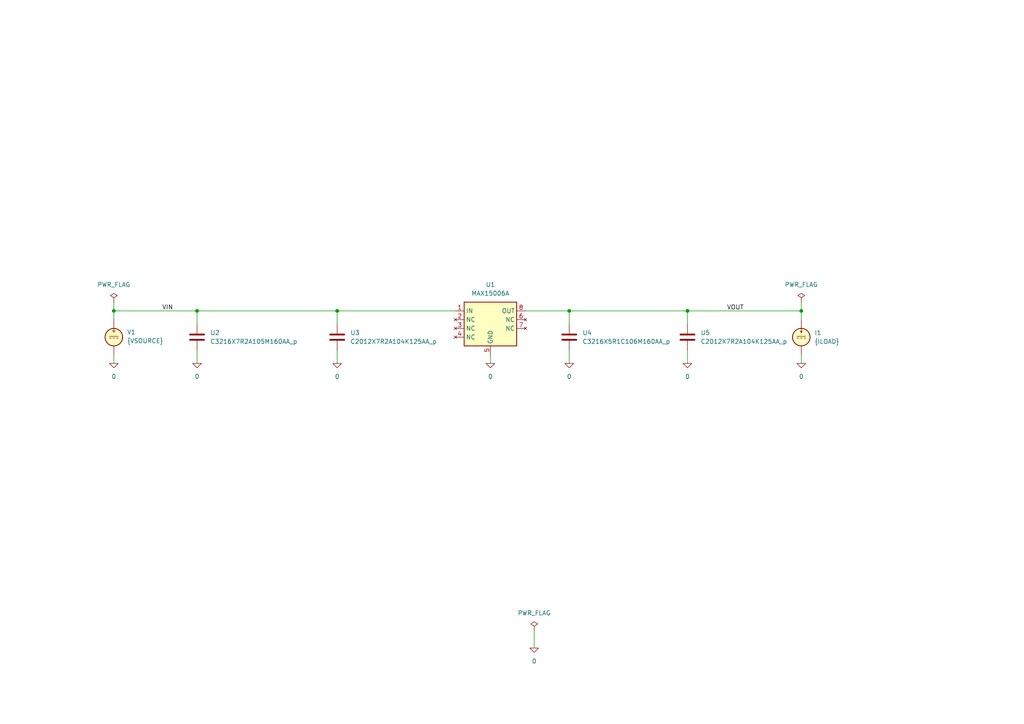
<source format=kicad_sch>
(kicad_sch (version 20211123) (generator eeschema)
  (paper "A4")
  (title_block (title "40V, Ultra-Low Quiescent-Current Linear Regulator") (date "2022-10-22") (rev "V1R1") (company "astroelectronic@") (comment 1 "PCB: Not avaliable") (comment 2 "Simulator: LTSpice") (comment 3 "Part: MAX15006A") (comment 4 "Description: Basic configuration"))
  (lib_symbols
    (symbol "AE01005024:MAX15006A"
      (property "Reference" "U" (at -6.35 6.35 0))
      (property "Value" "MAX15006A" (at 2.54 6.35 0))
      (symbol "MAX15006A_0_0"
        (pin no_connect line (at 10.16 0 180) (length 2.54) (name "NC") (number "6"))
        (pin no_connect line (at 10.16 -2.54 180) (length 2.54) (name "NC") (number "7"))
        (pin passive line (at 10.16 2.54 180) (length 2.54) (name "OUT") (number "8"))
      )
      (symbol "MAX15006A_1_1"
        (rectangle (start -7.62 5.08) (end 7.62 -7.62) (stroke (width 0.254)) (fill (type background)))
        (pin passive line (at -10.16 2.54 0) (length 2.54) (name "IN") (number "1"))
        (pin no_connect line (at -10.16 0 0) (length 2.54) (name "NC") (number "2"))
        (pin no_connect line (at -10.16 -2.54 0) (length 2.54) (name "NC") (number "3"))
        (pin no_connect line (at -10.16 -5.08 0) (length 2.54) (name "NC") (number "4"))
        (pin passive line (at 0 -10.16 90) (length 2.54) (name "GND") (number "5"))
      )
    )
    (symbol "Device:C" (pin_numbers hide) (pin_names (offset 0.254))
      (property "Reference" "C" (at 0.635 2.54 0))
      (property "Value" "C" (at 0.635 -2.54 0))
      (symbol "C_0_1"
        (polyline (pts (xy -2.032 -0.762) (xy 2.032 -0.762)) (stroke (width 0.508)))
        (polyline (pts (xy -2.032 0.762) (xy 2.032 0.762)) (stroke (width 0.508)))
      )
      (symbol "C_1_1"
        (pin passive line (at 0 3.81 270) (length 2.794) (name "~") (number "1"))
        (pin passive line (at 0 -3.81 90) (length 2.794) (name "~") (number "2"))
      )
    )
    (symbol "Simulation_SPICE:IDC" (pin_numbers hide) (pin_names (offset 0.0254))
      (property "Reference" "I" (at 2.54 2.54 0))
      (property "Value" "IDC" (at 2.54 0 0))
      (property "Spice_Model" "dc(1)" (at 2.54 -2.54 0))
      (symbol "IDC_0_0"
        (polyline (pts (xy -1.27 0.254) (xy 1.27 0.254)))
        (polyline (pts (xy -0.762 -0.254) (xy -1.27 -0.254)))
        (polyline (pts (xy 0.254 -0.254) (xy -0.254 -0.254)))
        (polyline (pts (xy 1.27 -0.254) (xy 0.762 -0.254)))
      )
      (symbol "IDC_0_1"
        (polyline (pts (xy 0 1.27) (xy 0 2.286)))
        (polyline (pts (xy -0.254 1.778) (xy 0 1.27) (xy 0.254 1.778)))
        (circle (center 0 0) (radius 2.54) (stroke (width 0.254)) (fill (type background)))
      )
      (symbol "IDC_1_1"
        (pin passive line (at 0 5.08 270) (length 2.54) (name "~") (number "1"))
        (pin passive line (at 0 -5.08 90) (length 2.54) (name "~") (number "2"))
      )
    )
    (symbol "Simulation_SPICE:VDC" (pin_numbers hide) (pin_names (offset 0.0254))
      (property "Reference" "V" (at 2.54 2.54 0))
      (property "Value" "VDC" (at 2.54 0 0))
      (property "Spice_Model" "dc(1)" (at 2.54 -2.54 0))
      (symbol "VDC_0_0"
        (polyline (pts (xy -1.27 0.254) (xy 1.27 0.254)))
        (polyline (pts (xy -0.762 -0.254) (xy -1.27 -0.254)))
        (polyline (pts (xy 0.254 -0.254) (xy -0.254 -0.254)))
        (polyline (pts (xy 1.27 -0.254) (xy 0.762 -0.254)))
        (text "+" (at 0 1.905 0) (effects (font (size 1.27 1.27))))
      )
      (symbol "VDC_0_1"
        (circle (center 0 0) (radius 2.54) (stroke (width 0.254)) (fill (type background)))
      )
      (symbol "VDC_1_1"
        (pin passive line (at 0 5.08 270) (length 2.54) (name "~") (number "1"))
        (pin passive line (at 0 -5.08 90) (length 2.54) (name "~") (number "2"))
      )
    )
    (symbol "power:PWR_FLAG" (power) (pin_numbers hide) (pin_names (offset 0) hide)
      (property "Value" "PWR_FLAG" (at 0 3.81 0))
      (symbol "PWR_FLAG_0_0"
        (pin power_out line (at 0 0 90) (length 0) (name "pwr") (number "1"))
      )
      (symbol "PWR_FLAG_0_1"
        (polyline (pts (xy 0 0) (xy 0 1.27) (xy -1.016 1.905) (xy 0 2.54) (xy 1.016 1.905) (xy 0 1.27)))
      )
    )
    (symbol "pspice:0" (power) (pin_names (offset 0))
      (property "Value" "0" (at 0 -1.778 0))
      (symbol "0_0_1"
        (polyline (pts (xy -1.27 0) (xy 0 -1.27) (xy 1.27 0) (xy -1.27 0)))
      )
      (symbol "0_1_1"
        (pin power_in line (at 0 0 0) (length 0) hide (name "0") (number "1"))
      )
    )
  )
  (junction (at 33.02 90.17))
  (junction (at 165.1 90.17))
  (junction (at 199.39 90.17))
  (junction (at 232.41 90.17))
  (junction (at 97.79 90.17))
  (junction (at 57.15 90.17))
  (wire (pts (xy 33.02 102.87) (xy 33.02 105.41)))
  (wire (pts (xy 165.1 101.6) (xy 165.1 105.41)))
  (wire (pts (xy 57.15 101.6) (xy 57.15 105.41)))
  (wire (pts (xy 165.1 90.17) (xy 152.4 90.17)))
  (wire (pts (xy 57.15 90.17) (xy 97.79 90.17)))
  (wire (pts (xy 232.41 90.17) (xy 199.39 90.17)))
  (wire (pts (xy 142.24 102.87) (xy 142.24 105.41)))
  (wire (pts (xy 232.41 102.87) (xy 232.41 105.41)))
  (wire (pts (xy 199.39 101.6) (xy 199.39 105.41)))
  (wire (pts (xy 33.02 90.17) (xy 57.15 90.17)))
  (wire (pts (xy 199.39 93.98) (xy 199.39 90.17)))
  (wire (pts (xy 33.02 87.63) (xy 33.02 90.17)))
  (wire (pts (xy 97.79 101.6) (xy 97.79 105.41)))
  (wire (pts (xy 199.39 90.17) (xy 165.1 90.17)))
  (wire (pts (xy 154.94 182.88) (xy 154.94 187.96)))
  (wire (pts (xy 232.41 92.71) (xy 232.41 90.17)))
  (wire (pts (xy 232.41 87.63) (xy 232.41 90.17)))
  (wire (pts (xy 97.79 93.98) (xy 97.79 90.17)))
  (wire (pts (xy 165.1 93.98) (xy 165.1 90.17)))
  (wire (pts (xy 33.02 92.71) (xy 33.02 90.17)))
  (wire (pts (xy 97.79 90.17) (xy 132.08 90.17)))
  (wire (pts (xy 57.15 93.98) (xy 57.15 90.17)))
  (label "VIN" (at 46.99 90.17 0))
  (label "VOUT" (at 210.82 90.17 0))
  (symbol (lib_id "AE01005024:MAX15006A") (at 142.24 92.71 0) (unit 1)
    (property "Reference" "U1" (at 142.24 82.55 0))
    (property "Value" "MAX15006A" (at 142.24 85.09 0))
    (property "Datasheet" "https://datasheets.maximintegrated.com/en/ds/MAX15006-MAX15007.pdf" (effects hide))
    (property "Spice_Primitive" "X" (effects hide))
    (property "Spice_Model" "MAX15006A" (effects hide))
    (property "Spice_Netlist_Enabled" "Y" (effects hide))
    (property "Spice_Lib_File" "../models/MAX15006A.lib" (effects hide))
  )
  (symbol (lib_id "power:PWR_FLAG") (at 33.02 87.63 0) (unit 1)
    (property "Reference" "#FLG01" (effects hide))
    (property "Value" "PWR_FLAG" (at 33.02 82.55 0))
  )
  (symbol (lib_id "Device:C") (at 57.15 97.79 0) (unit 1)
    (property "Reference" "U2" (at 60.96 96.5199 0) (effects (justify left)))
    (property "Value" "C3216X7R2A105M160AA_p" (at 60.96 99.0599 0) (effects (justify left)))
    (property "Spice_Primitive" "X" (effects hide))
    (property "Spice_Model" "C3216X7R2A105M160AA_p" (effects hide))
    (property "Spice_Netlist_Enabled" "Y" (effects hide))
    (property "Spice_Lib_File" "../models/C3216X7R2A105M160AA_p.mod" (effects hide))
  )
  (symbol (lib_id "Simulation_SPICE:IDC") (at 232.41 97.79 0) (unit 1)
    (property "Reference" "I1" (at 236.22 96.5199 0) (effects (justify left)))
    (property "Value" "{ILOAD}" (at 236.22 99.0599 0) (effects (justify left)))
    (property "Spice_Netlist_Enabled" "Y" (effects hide))
    (property "Spice_Primitive" "I" (effects hide))
  )
  (symbol (lib_id "Device:C") (at 97.79 97.79 0) (unit 1)
    (property "Reference" "U3" (at 101.6 96.5199 0) (effects (justify left)))
    (property "Value" "C2012X7R2A104K125AA_p" (at 101.6 99.0599 0) (effects (justify left)))
    (property "Spice_Primitive" "X" (effects hide))
    (property "Spice_Model" "C2012X7R2A104K125AA_p" (effects hide))
    (property "Spice_Netlist_Enabled" "Y" (effects hide))
    (property "Spice_Lib_File" "../models/C2012X7R2A104K125AA_p.mod" (effects hide))
  )
  (symbol (lib_id "power:PWR_FLAG") (at 154.94 182.88 0) (unit 1)
    (property "Reference" "#FLG02" (effects hide))
    (property "Value" "PWR_FLAG" (at 154.94 177.8 0))
  )
  (symbol (lib_id "pspice:0") (at 232.41 105.41 0) (unit 1)
    (property "Reference" "#GND08" (effects hide))
    (property "Value" "0" (at 232.41 109.22 0))
  )
  (symbol (lib_id "pspice:0") (at 165.1 105.41 0) (unit 1)
    (property "Reference" "#GND06" (effects hide))
    (property "Value" "0" (at 165.1 109.22 0))
  )
  (symbol (lib_id "pspice:0") (at 154.94 187.96 0) (unit 1)
    (property "Reference" "#GND05" (effects hide))
    (property "Value" "0" (at 154.94 191.77 0))
  )
  (symbol (lib_id "Simulation_SPICE:VDC") (at 33.02 97.79 0) (unit 1)
    (property "Reference" "V1" (at 36.83 96.3301 0) (effects (justify left)))
    (property "Value" "{VSOURCE}" (at 36.83 98.8701 0) (effects (justify left)))
    (property "Spice_Netlist_Enabled" "Y" (effects hide))
    (property "Spice_Primitive" "V" (effects hide))
  )
  (symbol (lib_id "power:PWR_FLAG") (at 232.41 87.63 0) (unit 1)
    (property "Reference" "#FLG03" (effects hide))
    (property "Value" "PWR_FLAG" (at 232.41 82.55 0))
  )
  (symbol (lib_id "Device:C") (at 165.1 97.79 0) (unit 1)
    (property "Reference" "U4" (at 168.91 96.5199 0) (effects (justify left)))
    (property "Value" "C3216X5R1C106M160AA_p" (at 168.91 99.0599 0) (effects (justify left)))
    (property "Spice_Primitive" "X" (effects hide))
    (property "Spice_Model" "C3216X5R1C106M160AA_p" (effects hide))
    (property "Spice_Netlist_Enabled" "Y" (effects hide))
    (property "Spice_Lib_File" "../models/C3216X5R1C106M160AA_p.mod" (effects hide))
  )
  (symbol (lib_id "pspice:0") (at 33.02 105.41 0) (unit 1)
    (property "Reference" "#GND01" (effects hide))
    (property "Value" "0" (at 33.02 109.22 0))
  )
  (symbol (lib_id "pspice:0") (at 57.15 105.41 0) (unit 1)
    (property "Reference" "#GND02" (effects hide))
    (property "Value" "0" (at 57.15 109.22 0))
  )
  (symbol (lib_id "Device:C") (at 199.39 97.79 0) (unit 1)
    (property "Reference" "U5" (at 203.2 96.5199 0) (effects (justify left)))
    (property "Value" "C2012X7R2A104K125AA_p" (at 203.2 99.0599 0) (effects (justify left)))
    (property "Spice_Primitive" "X" (effects hide))
    (property "Spice_Model" "C2012X7R2A104K125AA_p" (effects hide))
    (property "Spice_Netlist_Enabled" "Y" (effects hide))
    (property "Spice_Lib_File" "../models/C2012X7R2A104K125AA_p.mod" (effects hide))
  )
  (symbol (lib_id "pspice:0") (at 142.24 105.41 0) (unit 1)
    (property "Reference" "#GND04" (effects hide))
    (property "Value" "0" (at 142.24 109.22 0))
  )
  (symbol (lib_id "pspice:0") (at 97.79 105.41 0) (unit 1)
    (property "Reference" "#GND03" (effects hide))
    (property "Value" "0" (at 97.79 109.22 0))
  )
  (symbol (lib_id "pspice:0") (at 199.39 105.41 0) (unit 1)
    (property "Reference" "#GND07" (effects hide))
    (property "Value" "0" (at 199.39 109.22 0))
  )
)
</source>
